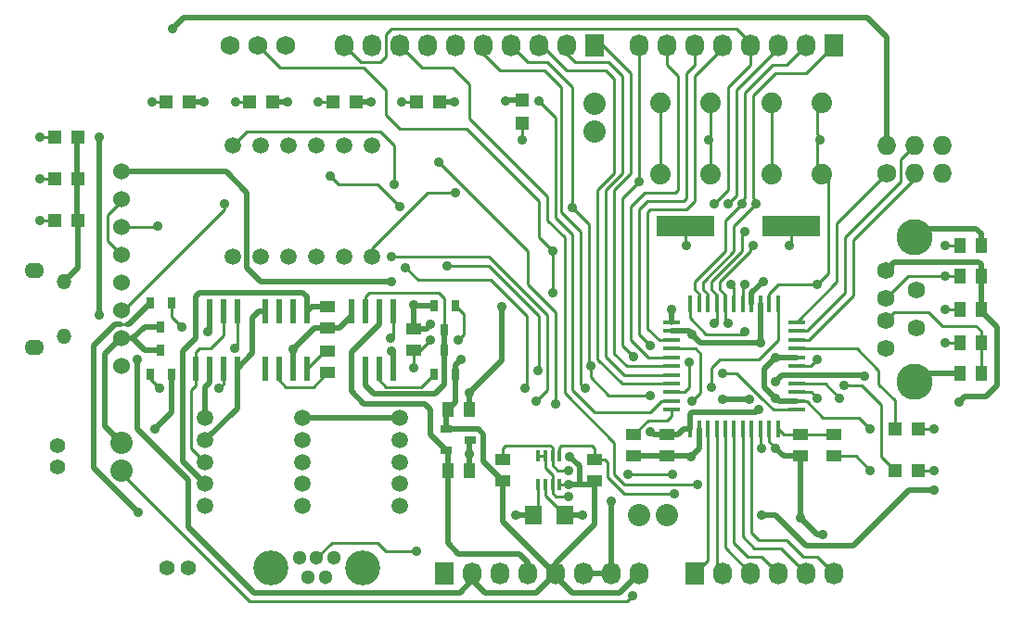
<source format=gtl>
G04 #@! TF.FileFunction,Copper,L1,Top,Signal*
%FSLAX46Y46*%
G04 Gerber Fmt 4.6, Leading zero omitted, Abs format (unit mm)*
G04 Created by KiCad (PCBNEW (2015-06-26 BZR 5832)-product) date Samstag, 01. August 2015 00:29:41*
%MOMM*%
G01*
G04 APERTURE LIST*
%ADD10C,0.150000*%
%ADD11O,1.300000X1.450000*%
%ADD12O,1.800000X1.400000*%
%ADD13R,1.399540X1.099820*%
%ADD14R,1.099820X1.399540*%
%ADD15C,3.302000*%
%ADD16C,1.587500*%
%ADD17C,1.300000*%
%ADD18C,3.200000*%
%ADD19R,1.198880X1.198880*%
%ADD20R,0.609600X2.207260*%
%ADD21C,1.727200*%
%ADD22C,2.032000*%
%ADD23O,2.032000X2.032000*%
%ADD24C,1.422400*%
%ADD25O,1.727200X1.727200*%
%ADD26R,1.727200X2.032000*%
%ADD27O,1.727200X2.032000*%
%ADD28C,1.524000*%
%ADD29R,0.800100X1.000760*%
%ADD30R,1.597660X1.800860*%
%ADD31C,1.500000*%
%ADD32C,1.879600*%
%ADD33R,1.000760X0.800100*%
%ADD34R,0.406400X1.524000*%
%ADD35R,1.524000X0.406400*%
%ADD36R,5.334000X1.930400*%
%ADD37R,0.450000X1.100000*%
%ADD38C,0.889000*%
%ADD39C,0.508000*%
%ADD40C,0.254000*%
G04 APERTURE END LIST*
D10*
D11*
X101379000Y-93258000D03*
X101379000Y-98258000D03*
D12*
X98679000Y-92258000D03*
X98679000Y-99258000D03*
D13*
X125476000Y-101582220D03*
X125476000Y-99585780D03*
X125476000Y-95521780D03*
X125476000Y-97518220D03*
X156464000Y-107205780D03*
X156464000Y-109202220D03*
D14*
X136415780Y-104902000D03*
X138412220Y-104902000D03*
X136415780Y-110490000D03*
X138412220Y-110490000D03*
D13*
X168656000Y-107205780D03*
X168656000Y-109202220D03*
D15*
X179070000Y-89154000D03*
X179070000Y-102362000D03*
D16*
X179197000Y-94043500D03*
X179197000Y-97472500D03*
X176403000Y-94742000D03*
X176403000Y-92202000D03*
X176403000Y-96774000D03*
X176403000Y-99314000D03*
D17*
X126060000Y-118480000D03*
X125260000Y-120280000D03*
X124460000Y-118480000D03*
X123660000Y-120280000D03*
X122860000Y-118480000D03*
D18*
X120260000Y-119380000D03*
X128660000Y-119380000D03*
D19*
X100550980Y-87630000D03*
X102649020Y-87630000D03*
X100550980Y-83820000D03*
X102649020Y-83820000D03*
X110710980Y-76835000D03*
X112809020Y-76835000D03*
X118330980Y-76835000D03*
X120429020Y-76835000D03*
X125950980Y-76835000D03*
X128049020Y-76835000D03*
X133570980Y-76835000D03*
X135669020Y-76835000D03*
X179357020Y-106680000D03*
X177258980Y-106680000D03*
X179357020Y-110490000D03*
X177258980Y-110490000D03*
X100550980Y-80010000D03*
X102649020Y-80010000D03*
X143256000Y-78773020D03*
X143256000Y-76674980D03*
D20*
X117221000Y-95935800D03*
X115951000Y-95935800D03*
X114681000Y-95935800D03*
X113411000Y-95935800D03*
X113411000Y-101168200D03*
X114681000Y-101168200D03*
X115951000Y-101168200D03*
X117221000Y-101168200D03*
X131445000Y-95935800D03*
X130175000Y-95935800D03*
X128905000Y-95935800D03*
X127635000Y-95935800D03*
X127635000Y-101168200D03*
X128905000Y-101168200D03*
X130175000Y-101168200D03*
X131445000Y-101168200D03*
D21*
X121666000Y-71628000D03*
X119126000Y-71628000D03*
X116586000Y-71628000D03*
D22*
X153924000Y-114554000D03*
D23*
X156464000Y-114554000D03*
D22*
X106680000Y-110490000D03*
D23*
X106680000Y-107950000D03*
D22*
X149860000Y-76962000D03*
D23*
X149860000Y-79502000D03*
D13*
X171704000Y-107205780D03*
X171704000Y-109202220D03*
D24*
X112758220Y-119380000D03*
X110761780Y-119380000D03*
D21*
X176530000Y-83312000D03*
D25*
X176530000Y-80772000D03*
X179070000Y-83312000D03*
X179070000Y-80772000D03*
X181610000Y-83312000D03*
X181610000Y-80772000D03*
D26*
X149860000Y-71628000D03*
D27*
X147320000Y-71628000D03*
X144780000Y-71628000D03*
X142240000Y-71628000D03*
X139700000Y-71628000D03*
X137160000Y-71628000D03*
X134620000Y-71628000D03*
X132080000Y-71628000D03*
X129540000Y-71628000D03*
X127000000Y-71628000D03*
D26*
X171704000Y-71628000D03*
D27*
X169164000Y-71628000D03*
X166624000Y-71628000D03*
X164084000Y-71628000D03*
X161544000Y-71628000D03*
X159004000Y-71628000D03*
X156464000Y-71628000D03*
X153924000Y-71628000D03*
D26*
X136144000Y-119888000D03*
D27*
X138684000Y-119888000D03*
X141224000Y-119888000D03*
X143764000Y-119888000D03*
X146304000Y-119888000D03*
X148844000Y-119888000D03*
X151384000Y-119888000D03*
X153924000Y-119888000D03*
D26*
X159004000Y-119888000D03*
D27*
X161544000Y-119888000D03*
X164084000Y-119888000D03*
X166624000Y-119888000D03*
X169164000Y-119888000D03*
X171704000Y-119888000D03*
D28*
X106680000Y-100965000D03*
X106680000Y-98425000D03*
X106680000Y-95885000D03*
X106680000Y-93345000D03*
X106680000Y-90805000D03*
X106680000Y-88265000D03*
X106680000Y-85725000D03*
X106680000Y-83185000D03*
D29*
X110236000Y-97365820D03*
X109283500Y-95166180D03*
X111188500Y-95166180D03*
X110236000Y-99484180D03*
X111188500Y-101683820D03*
X109283500Y-101683820D03*
X136144000Y-97619820D03*
X135191500Y-95420180D03*
X137096500Y-95420180D03*
X136144000Y-99484180D03*
X137096500Y-101683820D03*
X135191500Y-101683820D03*
D13*
X133350000Y-99550220D03*
X133350000Y-97553780D03*
D14*
X183151780Y-95758000D03*
X185148220Y-95758000D03*
X185148220Y-89916000D03*
X183151780Y-89916000D03*
X183151780Y-98806000D03*
X185148220Y-98806000D03*
X183151780Y-92710000D03*
X185148220Y-92710000D03*
X183151780Y-101600000D03*
X185148220Y-101600000D03*
D13*
X149860000Y-111488220D03*
X149860000Y-109491780D03*
X141478000Y-111488220D03*
X141478000Y-109491780D03*
D30*
X144249140Y-114554000D03*
X147088860Y-114554000D03*
D13*
X153416000Y-109202220D03*
X153416000Y-107205780D03*
D31*
X114300000Y-109728000D03*
X114300000Y-111728000D03*
X114300000Y-113728000D03*
X114300000Y-107728000D03*
X114300000Y-105728000D03*
X123190000Y-109728000D03*
X123190000Y-111728000D03*
X123190000Y-113728000D03*
X123190000Y-107728000D03*
X123190000Y-105728000D03*
X132080000Y-109728000D03*
X132080000Y-107728000D03*
X132080000Y-105728000D03*
X132080000Y-111728000D03*
X132080000Y-113728000D03*
D32*
X166014400Y-83388200D03*
X166014400Y-76885800D03*
X170535600Y-83388200D03*
X170535600Y-76885800D03*
X155854400Y-83388200D03*
X155854400Y-76885800D03*
X160375600Y-83388200D03*
X160375600Y-76885800D03*
D31*
X121920000Y-90932000D03*
X119380000Y-90932000D03*
X116840000Y-90932000D03*
X124460000Y-90932000D03*
X127000000Y-90932000D03*
X129540000Y-90932000D03*
X129540000Y-80772000D03*
X127000000Y-80772000D03*
X124460000Y-80772000D03*
X121920000Y-80772000D03*
X119380000Y-80772000D03*
X116840000Y-80772000D03*
D20*
X119761000Y-101168200D03*
X121031000Y-101168200D03*
X122301000Y-101168200D03*
X123571000Y-101168200D03*
X123571000Y-95935800D03*
X122301000Y-95935800D03*
X121031000Y-95935800D03*
X119761000Y-95935800D03*
D33*
X138513820Y-107696000D03*
X136314180Y-108648500D03*
X136314180Y-106743500D03*
D34*
X162560000Y-106680000D03*
X163360100Y-106680000D03*
X164160200Y-106680000D03*
X164960300Y-106680000D03*
X165760400Y-106680000D03*
X166560500Y-106680000D03*
X161759900Y-106680000D03*
X160959800Y-106680000D03*
X160159700Y-106680000D03*
X159359600Y-106680000D03*
X158559500Y-106680000D03*
X162560000Y-95250000D03*
X163360100Y-95250000D03*
X164160200Y-95250000D03*
X164960300Y-95250000D03*
X165760400Y-95250000D03*
X166560500Y-95250000D03*
X161759900Y-95250000D03*
X160959800Y-95250000D03*
X160159700Y-95250000D03*
X159359600Y-95250000D03*
X158559500Y-95250000D03*
D35*
X168275000Y-100965000D03*
X156845000Y-100965000D03*
X168275000Y-100164900D03*
X156845000Y-100164900D03*
X156845000Y-99364800D03*
X168275000Y-99364800D03*
X168275000Y-98564700D03*
X156845000Y-98564700D03*
X156845000Y-97764600D03*
X168275000Y-97764600D03*
X168275000Y-96964500D03*
X156845000Y-96964500D03*
X156845000Y-101765100D03*
X168275000Y-101765100D03*
X168275000Y-102565200D03*
X156845000Y-102565200D03*
X156845000Y-103365300D03*
X168275000Y-103365300D03*
X168275000Y-104165400D03*
X156845000Y-104165400D03*
X156845000Y-104965500D03*
X168275000Y-104965500D03*
D36*
X167767000Y-88138000D03*
X158115000Y-88138000D03*
D24*
X100838000Y-108221780D03*
X100838000Y-110218220D03*
D37*
X144694000Y-111790000D03*
X145344000Y-111790000D03*
X145994000Y-111790000D03*
X146644000Y-111790000D03*
X146644000Y-109190000D03*
X145994000Y-109190000D03*
X145344000Y-109190000D03*
X144694000Y-109190000D03*
D38*
X147447000Y-112903000D03*
X151384000Y-113284000D03*
X138430000Y-103378000D03*
X141351000Y-95504000D03*
X158623000Y-109220000D03*
X163957000Y-104013000D03*
X161544000Y-104013000D03*
X166370000Y-102362000D03*
X141732000Y-76708000D03*
X137033000Y-76835000D03*
X129413000Y-76835000D03*
X121793000Y-76835000D03*
X114173000Y-76835000D03*
X166370000Y-108458000D03*
X165227000Y-93218000D03*
X156845000Y-95758000D03*
X122301000Y-99441000D03*
X138412220Y-108966000D03*
X170688000Y-116332000D03*
X114554000Y-97790000D03*
X174498000Y-101854000D03*
X168656000Y-114808000D03*
X183134000Y-104267000D03*
X180848000Y-112268000D03*
X165100000Y-114554000D03*
X163576000Y-93472000D03*
X167640000Y-89916000D03*
X111269780Y-70121780D03*
X147574000Y-109220000D03*
X147447000Y-111760000D03*
X154940000Y-106934000D03*
X158750000Y-98044000D03*
X137668000Y-100330000D03*
X166370000Y-100203000D03*
X164973000Y-98806000D03*
X104648000Y-96266000D03*
X108077000Y-100330000D03*
X104648000Y-80010000D03*
X175006000Y-110490000D03*
X175006000Y-106680000D03*
X166370000Y-103886000D03*
X164846000Y-104902000D03*
X131318000Y-99568000D03*
X162306000Y-93472000D03*
X158242000Y-89916000D03*
X170180000Y-100330000D03*
X159258000Y-111760000D03*
X165100000Y-108458000D03*
X181864000Y-92710000D03*
X181864000Y-89916000D03*
X133604000Y-117856000D03*
X99187000Y-87630000D03*
X109728000Y-106680000D03*
X108204000Y-114300000D03*
X99187000Y-83820000D03*
X109474000Y-76835000D03*
X117094000Y-76835000D03*
X124587000Y-76835000D03*
X132207000Y-76835000D03*
X170180000Y-93472000D03*
X170434000Y-80264000D03*
X180848000Y-106680000D03*
X180848000Y-110490000D03*
X172593000Y-102743000D03*
X163576000Y-97790000D03*
X99187000Y-80010000D03*
X143256000Y-80264000D03*
X109982000Y-88138000D03*
X116078000Y-86106000D03*
X112141000Y-97409000D03*
X116967000Y-99314000D03*
X115570000Y-102997000D03*
X110109000Y-102997000D03*
X131191000Y-98425000D03*
X146050000Y-94234000D03*
X146050000Y-90424000D03*
X148717000Y-114554000D03*
X160274000Y-80264000D03*
X163322000Y-86106000D03*
X164592000Y-86106000D03*
X147447000Y-110490000D03*
X160782000Y-97028000D03*
X152908000Y-110871000D03*
X156972000Y-110871000D03*
X162052000Y-86106000D03*
X163576000Y-88646000D03*
X157099000Y-112649000D03*
X162052000Y-97028000D03*
X164338000Y-89916000D03*
X160782000Y-86106000D03*
X144780000Y-76708000D03*
X158496000Y-100584000D03*
X154940000Y-99060000D03*
X134874000Y-97155000D03*
X142621000Y-114554000D03*
X131318000Y-93218000D03*
X133350000Y-95377000D03*
X137414000Y-98552000D03*
X134874000Y-98552000D03*
X133350000Y-101092000D03*
X181864000Y-98806000D03*
X181864000Y-95758000D03*
X135636000Y-82296000D03*
X146304000Y-104394000D03*
X131318000Y-90932000D03*
X144526000Y-104140000D03*
X143510000Y-102997000D03*
X132588000Y-91948000D03*
X144653000Y-101346000D03*
X136398000Y-91821000D03*
X132080000Y-86360000D03*
X125730000Y-83566000D03*
X170180000Y-103886000D03*
X172212000Y-103886000D03*
X137160000Y-85090000D03*
X131572000Y-84328000D03*
X153289000Y-121920000D03*
X154940000Y-103632000D03*
X149479000Y-100965000D03*
X160528000Y-102870000D03*
X147828000Y-86487000D03*
X148971000Y-102997000D03*
X158750000Y-104140000D03*
X153416000Y-100076000D03*
X153924000Y-84074000D03*
X161544000Y-101600000D03*
D39*
X102649020Y-87630000D02*
X102649020Y-91987980D01*
X102649020Y-91987980D02*
X101379000Y-93258000D01*
D40*
X145994000Y-112593000D02*
X146304000Y-112903000D01*
X146304000Y-112903000D02*
X147447000Y-112903000D01*
X145994000Y-111790000D02*
X145994000Y-112593000D01*
D39*
X151384000Y-113284000D02*
X151384000Y-119888000D01*
D40*
X145344000Y-109190000D02*
X144694000Y-109190000D01*
X145994000Y-111790000D02*
X145994000Y-110942000D01*
X145344000Y-110292000D02*
X145344000Y-109190000D01*
X145994000Y-110942000D02*
X145344000Y-110292000D01*
D39*
X138430000Y-103378000D02*
X138412220Y-103395780D01*
X138412220Y-103395780D02*
X141351000Y-100457000D01*
X141351000Y-100457000D02*
X141351000Y-95504000D01*
X138412220Y-104902000D02*
X138412220Y-103395780D01*
D40*
X138412220Y-103395780D02*
X138430000Y-103378000D01*
D39*
X138412220Y-103395780D02*
X138430000Y-103378000D01*
X185148220Y-89916000D02*
X185148220Y-88882220D01*
X184658000Y-88392000D02*
X179832000Y-88392000D01*
X185148220Y-88882220D02*
X184658000Y-88392000D01*
X179832000Y-88392000D02*
X179070000Y-89154000D01*
X183151780Y-101600000D02*
X179832000Y-101600000D01*
X179832000Y-101600000D02*
X179070000Y-102362000D01*
X163957000Y-104013000D02*
X161544000Y-104013000D01*
X168275000Y-101765100D02*
X166966900Y-101765100D01*
X166966900Y-101765100D02*
X166370000Y-102362000D01*
D40*
X166966900Y-101765100D02*
X166370000Y-102362000D01*
D39*
X159359600Y-106680000D02*
X159359600Y-108483400D01*
X159359600Y-108483400D02*
X158623000Y-109220000D01*
X158605220Y-109202220D02*
X158623000Y-109220000D01*
X158605220Y-109202220D02*
X156464000Y-109202220D01*
X143256000Y-76674980D02*
X141765020Y-76674980D01*
X141765020Y-76674980D02*
X141732000Y-76708000D01*
X135669020Y-76835000D02*
X137033000Y-76835000D01*
X128049020Y-76835000D02*
X129413000Y-76835000D01*
X120429020Y-76835000D02*
X121793000Y-76835000D01*
X112809020Y-76835000D02*
X114173000Y-76835000D01*
X168656000Y-109202220D02*
X168656000Y-114808000D01*
X168656000Y-114808000D02*
X170180000Y-116332000D01*
X170180000Y-116332000D02*
X170688000Y-116332000D01*
X168656000Y-109202220D02*
X167114220Y-109202220D01*
X167114220Y-109202220D02*
X166370000Y-108458000D01*
X156464000Y-109202220D02*
X153416000Y-109202220D01*
X164160200Y-95250000D02*
X164160200Y-94284800D01*
X164160200Y-94284800D02*
X165227000Y-93218000D01*
X156845000Y-96964500D02*
X156845000Y-95758000D01*
X123190000Y-105728000D02*
X132080000Y-105728000D01*
X114300000Y-105728000D02*
X114300000Y-102870000D01*
X114681000Y-102489000D02*
X114681000Y-101168200D01*
X114300000Y-102870000D02*
X114681000Y-102489000D01*
X102616000Y-85852000D02*
X102616000Y-87596980D01*
X102616000Y-87596980D02*
X102649020Y-87630000D01*
X102616000Y-85852000D02*
X102616000Y-83853020D01*
X102616000Y-83853020D02*
X102649020Y-83820000D01*
D40*
X102649020Y-81948020D02*
X102616000Y-81915000D01*
X102649020Y-81881980D02*
X102616000Y-81915000D01*
D39*
X102616000Y-81915000D02*
X102616000Y-83786980D01*
X102616000Y-83786980D02*
X102649020Y-83820000D01*
X102616000Y-81915000D02*
X102616000Y-80043020D01*
X102616000Y-80043020D02*
X102649020Y-80010000D01*
D40*
X102649020Y-85818980D02*
X102616000Y-85852000D01*
D39*
X114681000Y-95935800D02*
X114681000Y-97663000D01*
X114681000Y-97663000D02*
X114554000Y-97790000D01*
X122301000Y-101168200D02*
X122301000Y-99441000D01*
D40*
X122301000Y-99441000D02*
X122428000Y-99314000D01*
D39*
X122301000Y-99441000D02*
X122428000Y-99314000D01*
X125476000Y-97518220D02*
X124223780Y-97518220D01*
X124223780Y-97518220D02*
X122428000Y-99314000D01*
X127635000Y-95935800D02*
X127635000Y-96393000D01*
X127635000Y-96393000D02*
X126509780Y-97518220D01*
X126509780Y-97518220D02*
X125476000Y-97518220D01*
X168275000Y-101765100D02*
X174409100Y-101765100D01*
X174409100Y-101765100D02*
X174498000Y-101854000D01*
X138430000Y-104884220D02*
X138430000Y-103378000D01*
X138412220Y-110490000D02*
X138412220Y-108966000D01*
X138412220Y-108966000D02*
X138412220Y-107797600D01*
X138412220Y-107797600D02*
X138513820Y-107696000D01*
X148844000Y-119888000D02*
X151384000Y-119888000D01*
D40*
X114681000Y-97663000D02*
X114554000Y-97790000D01*
X166014400Y-76885800D02*
X166014400Y-83388200D01*
X155854400Y-76885800D02*
X155854400Y-83388200D01*
X174409100Y-101765100D02*
X174498000Y-101854000D01*
X138412220Y-107797600D02*
X138513820Y-107696000D01*
X138412220Y-107594400D02*
X138513820Y-107696000D01*
X167114220Y-109202220D02*
X166370000Y-108458000D01*
X165760400Y-107848400D02*
X165760400Y-106680000D01*
X165760400Y-107848400D02*
X166370000Y-108458000D01*
X102649020Y-85885020D02*
X102616000Y-85852000D01*
X106680000Y-85725000D02*
X106680000Y-85852000D01*
X106680000Y-85852000D02*
X105410000Y-87122000D01*
X105410000Y-87122000D02*
X105410000Y-89535000D01*
X105410000Y-89535000D02*
X106680000Y-90805000D01*
X121031000Y-101168200D02*
X121031000Y-102235000D01*
X121031000Y-102235000D02*
X121666000Y-102870000D01*
X121666000Y-102870000D02*
X124188220Y-102870000D01*
X124188220Y-102870000D02*
X125476000Y-101582220D01*
X125476000Y-99585780D02*
X125153420Y-99585780D01*
X125153420Y-99585780D02*
X123571000Y-101168200D01*
X123571000Y-101168200D02*
X123571000Y-100203000D01*
D39*
X123571000Y-95935800D02*
X123571000Y-94615000D01*
X123571000Y-94615000D02*
X123190000Y-94234000D01*
X123190000Y-94234000D02*
X113792000Y-94234000D01*
X113792000Y-94234000D02*
X113411000Y-94615000D01*
X113411000Y-94615000D02*
X113411000Y-95935800D01*
X125476000Y-95521780D02*
X123985020Y-95521780D01*
X123985020Y-95521780D02*
X123571000Y-95935800D01*
X113411000Y-95935800D02*
X113411000Y-98425000D01*
X113411000Y-98425000D02*
X112268000Y-99568000D01*
X112268000Y-99568000D02*
X112268000Y-109696000D01*
X112268000Y-109696000D02*
X114300000Y-111728000D01*
D40*
X123571000Y-96901000D02*
X123571000Y-95935800D01*
X123985020Y-95521780D02*
X123571000Y-95935800D01*
D39*
X185148220Y-95758000D02*
X185148220Y-95994220D01*
X185148220Y-95994220D02*
X186563000Y-97409000D01*
X183642000Y-103759000D02*
X183134000Y-104267000D01*
X185547000Y-103759000D02*
X183642000Y-103759000D01*
X186563000Y-102743000D02*
X185547000Y-103759000D01*
X186563000Y-97409000D02*
X186563000Y-102743000D01*
X185166000Y-94234000D02*
X185148220Y-94234000D01*
X185148220Y-94234000D02*
X185166000Y-94234000D01*
X185166000Y-94234000D02*
X185148220Y-94234000D01*
X185148220Y-92710000D02*
X185148220Y-91676220D01*
X177165000Y-91440000D02*
X176403000Y-92202000D01*
X184912000Y-91440000D02*
X177165000Y-91440000D01*
X185148220Y-91676220D02*
X184912000Y-91440000D01*
X185148220Y-92710000D02*
X185148220Y-94234000D01*
X185148220Y-94234000D02*
X185148220Y-95758000D01*
X165100000Y-114554000D02*
X166370000Y-114554000D01*
X166370000Y-114554000D02*
X169164000Y-117348000D01*
X169164000Y-117348000D02*
X173482000Y-117348000D01*
X173482000Y-117348000D02*
X178562000Y-112268000D01*
X178562000Y-112268000D02*
X180848000Y-112268000D01*
D40*
X163360100Y-93687900D02*
X163360100Y-95250000D01*
X163360100Y-93687900D02*
X163576000Y-93472000D01*
X167640000Y-89916000D02*
X167767000Y-89789000D01*
X167767000Y-89789000D02*
X167767000Y-88138000D01*
D39*
X176530000Y-80772000D02*
X176530000Y-70866000D01*
X174752000Y-69088000D02*
X176530000Y-70866000D01*
X112303560Y-69088000D02*
X174752000Y-69088000D01*
X112303560Y-69088000D02*
X111269780Y-70121780D01*
X148463000Y-110109000D02*
X148463000Y-111760000D01*
X147574000Y-109220000D02*
X148463000Y-110109000D01*
X149588220Y-111760000D02*
X148463000Y-111760000D01*
X148463000Y-111760000D02*
X147447000Y-111760000D01*
D40*
X147417000Y-111790000D02*
X146644000Y-111790000D01*
X147417000Y-111790000D02*
X147447000Y-111760000D01*
D39*
X149588220Y-111760000D02*
X149860000Y-111488220D01*
X136314180Y-106743500D02*
X139255500Y-106743500D01*
X139700000Y-109710220D02*
X141478000Y-111488220D01*
X139700000Y-107188000D02*
X139700000Y-109710220D01*
X139255500Y-106743500D02*
X139700000Y-107188000D01*
X146304000Y-119888000D02*
X146177000Y-119888000D01*
X146177000Y-119888000D02*
X141478000Y-115189000D01*
X141478000Y-115189000D02*
X141478000Y-111488220D01*
X146304000Y-119888000D02*
X146304000Y-118999000D01*
X146304000Y-118999000D02*
X149860000Y-115443000D01*
X149860000Y-115443000D02*
X149860000Y-111488220D01*
X156464000Y-107205780D02*
X155211780Y-107205780D01*
X155211780Y-107205780D02*
X154940000Y-106934000D01*
X156845000Y-97764600D02*
X158470600Y-97764600D01*
X158470600Y-97764600D02*
X158750000Y-98044000D01*
X159512000Y-98806000D02*
X164973000Y-98806000D01*
X158750000Y-98044000D02*
X159512000Y-98806000D01*
X131445000Y-101168200D02*
X131445000Y-99695000D01*
X131445000Y-99695000D02*
X131318000Y-99568000D01*
X104648000Y-96266000D02*
X104648000Y-80010000D01*
X164960300Y-95250000D02*
X164960300Y-98793300D01*
X164960300Y-98793300D02*
X164973000Y-98806000D01*
X168275000Y-100164900D02*
X166408100Y-100164900D01*
X166408100Y-100164900D02*
X166370000Y-100203000D01*
X166370000Y-103886000D02*
X165354000Y-102870000D01*
X165354000Y-102870000D02*
X165354000Y-101219000D01*
X165354000Y-101219000D02*
X166370000Y-100203000D01*
X168275000Y-104165400D02*
X166649400Y-104165400D01*
X166649400Y-104165400D02*
X166370000Y-103886000D01*
X158559500Y-106680000D02*
X158559500Y-105346500D01*
X158559500Y-105346500D02*
X158750000Y-105156000D01*
X158750000Y-105156000D02*
X164592000Y-105156000D01*
X164592000Y-105156000D02*
X164846000Y-104902000D01*
X156464000Y-107205780D02*
X157462220Y-107205780D01*
X157462220Y-107205780D02*
X157988000Y-106680000D01*
X157988000Y-106680000D02*
X158559500Y-106680000D01*
X137096500Y-101683820D02*
X137096500Y-100901500D01*
X137096500Y-100901500D02*
X137668000Y-100330000D01*
X137096500Y-101683820D02*
X137096500Y-104221280D01*
X137096500Y-104221280D02*
X136415780Y-104902000D01*
X136314180Y-106743500D02*
X136314180Y-105003600D01*
X136314180Y-105003600D02*
X136415780Y-104902000D01*
X146304000Y-119888000D02*
X146304000Y-119126000D01*
X146304000Y-119888000D02*
X146304000Y-120142000D01*
X146304000Y-120142000D02*
X147828000Y-121666000D01*
X147828000Y-121666000D02*
X152146000Y-121666000D01*
X152146000Y-121666000D02*
X153924000Y-119888000D01*
X138684000Y-119888000D02*
X138684000Y-120523000D01*
X138684000Y-120523000D02*
X139827000Y-121666000D01*
X139827000Y-121666000D02*
X144526000Y-121666000D01*
X144526000Y-121666000D02*
X146304000Y-119888000D01*
X136906000Y-121666000D02*
X137541000Y-121666000D01*
X112776000Y-115687972D02*
X118749514Y-121661486D01*
X112776000Y-111379000D02*
X112776000Y-115687972D01*
X108077000Y-106680000D02*
X112776000Y-111379000D01*
X108077000Y-100330000D02*
X108077000Y-106680000D01*
X136901486Y-121661486D02*
X136906000Y-121666000D01*
X118749514Y-121661486D02*
X136901486Y-121661486D01*
X137541000Y-121666000D02*
X138684000Y-120523000D01*
D40*
X138684000Y-120142000D02*
X138684000Y-119888000D01*
X173718220Y-109202220D02*
X171704000Y-109202220D01*
X175006000Y-110490000D02*
X173718220Y-109202220D01*
X173990000Y-105664000D02*
X170688000Y-105664000D01*
X175006000Y-106680000D02*
X173990000Y-105664000D01*
X164960300Y-98793300D02*
X164973000Y-98806000D01*
X166408100Y-100164900D02*
X166370000Y-100203000D01*
X168275000Y-104165400D02*
X169189400Y-104165400D01*
X169189400Y-104165400D02*
X170688000Y-105664000D01*
X146050000Y-119634000D02*
X146304000Y-119888000D01*
X144526000Y-121666000D02*
X146304000Y-119888000D01*
X136415780Y-106641900D02*
X136314180Y-106743500D01*
X166649400Y-104165400D02*
X166370000Y-103886000D01*
X137096500Y-100901500D02*
X137668000Y-100330000D01*
X131318000Y-99568000D02*
X131445000Y-99695000D01*
X162560000Y-93726000D02*
X162560000Y-95250000D01*
X162560000Y-93726000D02*
X162306000Y-93472000D01*
X158242000Y-89916000D02*
X158115000Y-89789000D01*
X158115000Y-89789000D02*
X158115000Y-88138000D01*
X168275000Y-100965000D02*
X169545000Y-100965000D01*
X169545000Y-100965000D02*
X170180000Y-100330000D01*
D39*
X134366000Y-104394000D02*
X128778000Y-104394000D01*
X134874000Y-104902000D02*
X134366000Y-104394000D01*
X134874000Y-107208320D02*
X134874000Y-104902000D01*
X136314180Y-108648500D02*
X134874000Y-107208320D01*
X127635000Y-103251000D02*
X127635000Y-101168200D01*
X128778000Y-104394000D02*
X127635000Y-103251000D01*
X130175000Y-95935800D02*
X130175000Y-97155000D01*
X130175000Y-97155000D02*
X127635000Y-99695000D01*
X127635000Y-99695000D02*
X127635000Y-101168200D01*
X136415780Y-110490000D02*
X136415780Y-108750100D01*
X136415780Y-108750100D02*
X136314180Y-108648500D01*
X143764000Y-119888000D02*
X143764000Y-118872000D01*
X136415780Y-117111780D02*
X136415780Y-110490000D01*
X137414000Y-118110000D02*
X136415780Y-117111780D01*
X143002000Y-118110000D02*
X137414000Y-118110000D01*
X143764000Y-118872000D02*
X143002000Y-118110000D01*
D40*
X136314180Y-110388400D02*
X136415780Y-110490000D01*
X147129500Y-102044500D02*
X147129500Y-103441500D01*
X147129500Y-89217500D02*
X147129500Y-102044500D01*
X152527000Y-111760000D02*
X151638000Y-110871000D01*
X152527000Y-111760000D02*
X159258000Y-111760000D01*
X145542000Y-87630000D02*
X145542000Y-85471000D01*
X134112000Y-73660000D02*
X132080000Y-71628000D01*
X136906000Y-73660000D02*
X134112000Y-73660000D01*
X138430000Y-75184000D02*
X136906000Y-73660000D01*
X138430000Y-78359000D02*
X138430000Y-75184000D01*
X145542000Y-85471000D02*
X138430000Y-78359000D01*
X147129500Y-89217500D02*
X145542000Y-87630000D01*
X151638000Y-107950000D02*
X151638000Y-110871000D01*
X147129500Y-103441500D02*
X151638000Y-107950000D01*
X164960300Y-108318300D02*
X165100000Y-108458000D01*
X164960300Y-108318300D02*
X164960300Y-106680000D01*
X171704000Y-107205780D02*
X168656000Y-107205780D01*
X168656000Y-107205780D02*
X168638220Y-107188000D01*
X168638220Y-107188000D02*
X167068500Y-107188000D01*
X167068500Y-107188000D02*
X166560500Y-106680000D01*
X183151780Y-89916000D02*
X181864000Y-89916000D01*
X183151780Y-92710000D02*
X181864000Y-92710000D01*
X181864000Y-92710000D02*
X178435000Y-92710000D01*
X178435000Y-92710000D02*
X176403000Y-94742000D01*
X185148220Y-98806000D02*
X185148220Y-97772220D01*
X177165000Y-96012000D02*
X176403000Y-96774000D01*
X180340000Y-96012000D02*
X177165000Y-96012000D01*
X181610000Y-97282000D02*
X180340000Y-96012000D01*
X184658000Y-97282000D02*
X181610000Y-97282000D01*
X185148220Y-97772220D02*
X184658000Y-97282000D01*
X185148220Y-98806000D02*
X185148220Y-101600000D01*
X130810000Y-117856000D02*
X130048000Y-117094000D01*
X130048000Y-117094000D02*
X125846000Y-117094000D01*
X125846000Y-117094000D02*
X124460000Y-118480000D01*
X133604000Y-117856000D02*
X130810000Y-117856000D01*
X124460000Y-118480000D02*
X124460000Y-118364000D01*
X100550980Y-87630000D02*
X99187000Y-87630000D01*
D39*
X117221000Y-101168200D02*
X117221000Y-104807000D01*
X117221000Y-104807000D02*
X114300000Y-107728000D01*
X119761000Y-95935800D02*
X119202200Y-95935800D01*
X119202200Y-95935800D02*
X118618000Y-96520000D01*
X118618000Y-96520000D02*
X118618000Y-99771200D01*
X118618000Y-99771200D02*
X117221000Y-101168200D01*
X109728000Y-106680000D02*
X111188500Y-105219500D01*
X111188500Y-105219500D02*
X111188500Y-101683820D01*
X106045000Y-97155000D02*
X104140000Y-99060000D01*
X104140000Y-110236000D02*
X108204000Y-114300000D01*
X104140000Y-99060000D02*
X104140000Y-110236000D01*
X106045000Y-97155000D02*
X106553000Y-97155000D01*
X107188000Y-97155000D02*
X107294680Y-97155000D01*
X107294680Y-97155000D02*
X109283500Y-95166180D01*
X106045000Y-97155000D02*
X106172000Y-97155000D01*
D40*
X106172000Y-97155000D02*
X106045000Y-97155000D01*
X107188000Y-97155000D02*
X106553000Y-97155000D01*
X106553000Y-97155000D02*
X106172000Y-97155000D01*
X109283500Y-95166180D02*
X109220396Y-95166180D01*
X99187000Y-83820000D02*
X100550980Y-83820000D01*
X110710980Y-76835000D02*
X109474000Y-76835000D01*
X117094000Y-76835000D02*
X118330980Y-76835000D01*
X125950980Y-76835000D02*
X124587000Y-76835000D01*
X132207000Y-76835000D02*
X133570980Y-76835000D01*
X165760400Y-95250000D02*
X165760400Y-94335600D01*
X171196000Y-92456000D02*
X171196000Y-84048600D01*
X170180000Y-93472000D02*
X171196000Y-92456000D01*
X166624000Y-93472000D02*
X170180000Y-93472000D01*
X165760400Y-94335600D02*
X166624000Y-93472000D01*
X171196000Y-84048600D02*
X170535600Y-83388200D01*
X170434000Y-80264000D02*
X170434000Y-80010000D01*
X170180000Y-79756000D02*
X170180000Y-77241400D01*
X170434000Y-80010000D02*
X170180000Y-79756000D01*
X170180000Y-77241400D02*
X170535600Y-76885800D01*
X170180000Y-80518000D02*
X170180000Y-83032600D01*
X170434000Y-80264000D02*
X170180000Y-80518000D01*
X170180000Y-83032600D02*
X170535600Y-83388200D01*
X170535600Y-83388200D02*
X170535600Y-83413600D01*
X180848000Y-106680000D02*
X179357020Y-106680000D01*
X177258980Y-104140000D02*
X177258980Y-104106980D01*
X177258980Y-104106980D02*
X175768000Y-102616000D01*
X175768000Y-102616000D02*
X175768000Y-101346000D01*
X175768000Y-101346000D02*
X173786800Y-99364800D01*
X173786800Y-99364800D02*
X168275000Y-99364800D01*
X177258980Y-106680000D02*
X177258980Y-104140000D01*
X177258980Y-104140000D02*
X177258980Y-104106980D01*
X179357020Y-110490000D02*
X180848000Y-110490000D01*
X158559500Y-96583500D02*
X160020000Y-98044000D01*
X160020000Y-98044000D02*
X163322000Y-98044000D01*
X177258980Y-110490000D02*
X176022000Y-109253020D01*
X176022000Y-104521000D02*
X176022000Y-109253020D01*
X174244000Y-102743000D02*
X176022000Y-104521000D01*
X172593000Y-102743000D02*
X174244000Y-102743000D01*
X158559500Y-96583500D02*
X158559500Y-95250000D01*
X163576000Y-97790000D02*
X163322000Y-98044000D01*
X99187000Y-80010000D02*
X100550980Y-80010000D01*
X143256000Y-78773020D02*
X143256000Y-80264000D01*
X109855000Y-88265000D02*
X106680000Y-88265000D01*
X109982000Y-88138000D02*
X109855000Y-88265000D01*
X106680000Y-95885000D02*
X106807000Y-95885000D01*
X106807000Y-95885000D02*
X116078000Y-86614000D01*
X116078000Y-86614000D02*
X116078000Y-86106000D01*
X117221000Y-95935800D02*
X117221000Y-99060000D01*
X111188500Y-96456500D02*
X111188500Y-95166180D01*
X111188500Y-96456500D02*
X112141000Y-97409000D01*
X117221000Y-99060000D02*
X116967000Y-99314000D01*
X111188500Y-95166180D02*
X111188500Y-94805500D01*
X114300000Y-109728000D02*
X113030000Y-108458000D01*
X113411000Y-102743000D02*
X113411000Y-101168200D01*
X113030000Y-103124000D02*
X113411000Y-102743000D01*
X113030000Y-108458000D02*
X113030000Y-103124000D01*
X113411000Y-101168200D02*
X113411000Y-99695000D01*
X115951000Y-98171000D02*
X115951000Y-95935800D01*
X114808000Y-99314000D02*
X115951000Y-98171000D01*
X113792000Y-99314000D02*
X114808000Y-99314000D01*
X113411000Y-99695000D02*
X113792000Y-99314000D01*
X113411000Y-101168200D02*
X113411000Y-100203000D01*
X109283500Y-101683820D02*
X109283500Y-102171500D01*
X109283500Y-102171500D02*
X110109000Y-102997000D01*
X115951000Y-102616000D02*
X115951000Y-101168200D01*
X115570000Y-102997000D02*
X115951000Y-102616000D01*
X131445000Y-95935800D02*
X131445000Y-98171000D01*
X131445000Y-98171000D02*
X131191000Y-98425000D01*
D39*
X136144000Y-99484180D02*
X136144000Y-102616000D01*
X128905000Y-102743000D02*
X128905000Y-101168200D01*
X129667002Y-103505002D02*
X128905000Y-102743000D01*
X135254998Y-103505002D02*
X129667002Y-103505002D01*
X136144000Y-102616000D02*
X135254998Y-103505002D01*
X136144000Y-97619820D02*
X136144000Y-99484180D01*
D40*
X136144000Y-97619820D02*
X136144000Y-94742000D01*
X128905000Y-94615000D02*
X128905000Y-95935800D01*
X129286000Y-94234000D02*
X128905000Y-94615000D01*
X135636000Y-94234000D02*
X129286000Y-94234000D01*
X136144000Y-94742000D02*
X135636000Y-94234000D01*
X128905000Y-101168200D02*
X128905000Y-102235000D01*
X130175000Y-101168200D02*
X130175000Y-102235000D01*
X130175000Y-102235000D02*
X130810000Y-102870000D01*
X130810000Y-102870000D02*
X134005320Y-102870000D01*
X134005320Y-102870000D02*
X135191500Y-101683820D01*
X146050000Y-94234000D02*
X146050000Y-90424000D01*
X119126000Y-71628000D02*
X121158000Y-73660000D01*
X144780000Y-89154000D02*
X146050000Y-90424000D01*
X144780000Y-85852000D02*
X144780000Y-89154000D01*
X138176000Y-79248000D02*
X144780000Y-85852000D01*
X132080000Y-79248000D02*
X138176000Y-79248000D01*
X130810000Y-77978000D02*
X132080000Y-79248000D01*
X130810000Y-75692000D02*
X130810000Y-77978000D01*
X128778000Y-73660000D02*
X130810000Y-75692000D01*
X121158000Y-73660000D02*
X128778000Y-73660000D01*
D39*
X148717000Y-114554000D02*
X147088860Y-114554000D01*
D40*
X145344000Y-111790000D02*
X145344000Y-112809140D01*
X145344000Y-112809140D02*
X147088860Y-114554000D01*
X144780000Y-71628000D02*
X145034000Y-71628000D01*
X145034000Y-71628000D02*
X147320000Y-73914000D01*
X147320000Y-73914000D02*
X150876000Y-73914000D01*
X150876000Y-73914000D02*
X151638000Y-74676000D01*
X151638000Y-74676000D02*
X151638000Y-83312000D01*
X151638000Y-83312000D02*
X150114000Y-84836000D01*
X150114000Y-84836000D02*
X150114000Y-100330000D01*
X152349200Y-102565200D02*
X150114000Y-100330000D01*
X156845000Y-102565200D02*
X152349200Y-102565200D01*
X164084000Y-119888000D02*
X161759900Y-117563900D01*
X161759900Y-117563900D02*
X161759900Y-106680000D01*
D39*
X106680000Y-98425000D02*
X106553000Y-98425000D01*
X106553000Y-98425000D02*
X105156000Y-99822000D01*
X105156000Y-106426000D02*
X106680000Y-107950000D01*
X105156000Y-99822000D02*
X105156000Y-106426000D01*
X110236000Y-97365820D02*
X108755180Y-97365820D01*
X108755180Y-97365820D02*
X107696000Y-98425000D01*
X107696000Y-98425000D02*
X106680000Y-98425000D01*
X110236000Y-99484180D02*
X108755180Y-99484180D01*
X107696000Y-98425000D02*
X106680000Y-98425000D01*
X108755180Y-99484180D02*
X107696000Y-98425000D01*
D40*
X154686000Y-97536000D02*
X154686000Y-86868000D01*
X159004000Y-74422000D02*
X159004000Y-85852000D01*
X161544000Y-71882000D02*
X159004000Y-74422000D01*
X155714700Y-98564700D02*
X154686000Y-97536000D01*
X155714700Y-98564700D02*
X156845000Y-98564700D01*
X158242000Y-86614000D02*
X159004000Y-85852000D01*
X154940000Y-86614000D02*
X158242000Y-86614000D01*
X154686000Y-86868000D02*
X154940000Y-86614000D01*
X161544000Y-71628000D02*
X161544000Y-71882000D01*
X160375600Y-83388200D02*
X160375600Y-80365600D01*
X160375600Y-80365600D02*
X160274000Y-80264000D01*
X160375600Y-76885800D02*
X160375600Y-80162400D01*
X160375600Y-80162400D02*
X160274000Y-80264000D01*
X176530000Y-83312000D02*
X171958000Y-87884000D01*
X171958000Y-93281500D02*
X168275000Y-96964500D01*
X171958000Y-87884000D02*
X171958000Y-93281500D01*
X179070000Y-83312000D02*
X179070000Y-83820000D01*
X179070000Y-83820000D02*
X173482000Y-89408000D01*
X173482000Y-89408000D02*
X173482000Y-94488000D01*
X173482000Y-94488000D02*
X169405300Y-98564700D01*
X169405300Y-98564700D02*
X168275000Y-98564700D01*
X179070000Y-80772000D02*
X177800000Y-82042000D01*
X169189400Y-97764600D02*
X168275000Y-97764600D01*
X172720000Y-94234000D02*
X169189400Y-97764600D01*
X172720000Y-89154000D02*
X172720000Y-94234000D01*
X177800000Y-84074000D02*
X172720000Y-89154000D01*
X177800000Y-82042000D02*
X177800000Y-84074000D01*
X163576000Y-85598000D02*
X163576000Y-75946000D01*
X163322000Y-86106000D02*
X163322000Y-85852000D01*
X161798000Y-90424000D02*
X161798000Y-87630000D01*
X159359600Y-95250000D02*
X159359600Y-94335600D01*
X159004000Y-93980000D02*
X159004000Y-93218000D01*
X159359600Y-94335600D02*
X159004000Y-93980000D01*
X159004000Y-93218000D02*
X161798000Y-90424000D01*
X161798000Y-87630000D02*
X163322000Y-86106000D01*
X163322000Y-85852000D02*
X163576000Y-85598000D01*
X167386000Y-73406000D02*
X169164000Y-71628000D01*
X166116000Y-73406000D02*
X167386000Y-73406000D01*
X163576000Y-75946000D02*
X166116000Y-73406000D01*
X164338000Y-85598000D02*
X164338000Y-76200000D01*
X164592000Y-86106000D02*
X164592000Y-85852000D01*
X162560000Y-90467576D02*
X162560000Y-88138000D01*
X159809576Y-93218000D02*
X162560000Y-90467576D01*
X160159700Y-95250000D02*
X160159700Y-94373700D01*
X159766000Y-93980000D02*
X159766000Y-93218000D01*
X160159700Y-94373700D02*
X159766000Y-93980000D01*
X159766000Y-93218000D02*
X159809576Y-93218000D01*
X162560000Y-88138000D02*
X164592000Y-86106000D01*
X164592000Y-85852000D02*
X164338000Y-85598000D01*
X169164000Y-74168000D02*
X171704000Y-71628000D01*
X166370000Y-74168000D02*
X169164000Y-74168000D01*
X164338000Y-76200000D02*
X166370000Y-74168000D01*
X145994000Y-110053000D02*
X146431000Y-110490000D01*
X146431000Y-110490000D02*
X147447000Y-110490000D01*
X145994000Y-109190000D02*
X145994000Y-110053000D01*
X160959800Y-96850200D02*
X160782000Y-97028000D01*
X160959800Y-96850200D02*
X160959800Y-95250000D01*
X156972000Y-110871000D02*
X152908000Y-110871000D01*
X142765780Y-108204000D02*
X141732000Y-108204000D01*
X141732000Y-108204000D02*
X141478000Y-108458000D01*
X141478000Y-108458000D02*
X141478000Y-109491780D01*
X145994000Y-109190000D02*
X145994000Y-108402000D01*
X145796000Y-108204000D02*
X142765780Y-108204000D01*
X145994000Y-108402000D02*
X145796000Y-108204000D01*
X166624000Y-71628000D02*
X166624000Y-71374000D01*
X162814000Y-85344000D02*
X162814000Y-75692000D01*
X162052000Y-86106000D02*
X162814000Y-85344000D01*
X163322000Y-90424000D02*
X163322000Y-88900000D01*
X160959800Y-95250000D02*
X160959800Y-94411800D01*
X160528000Y-93980000D02*
X160528000Y-93218000D01*
X160959800Y-94411800D02*
X160528000Y-93980000D01*
X160528000Y-93218000D02*
X163322000Y-90424000D01*
X163322000Y-88900000D02*
X163576000Y-88646000D01*
X162814000Y-75692000D02*
X166624000Y-71882000D01*
X166624000Y-71882000D02*
X166624000Y-71628000D01*
X146644000Y-109190000D02*
X146644000Y-108372000D01*
X149860000Y-108458000D02*
X149860000Y-109491780D01*
X149606000Y-108204000D02*
X149860000Y-108458000D01*
X146812000Y-108204000D02*
X149606000Y-108204000D01*
X146644000Y-108372000D02*
X146812000Y-108204000D01*
X150766780Y-109491780D02*
X149860000Y-109491780D01*
X151003000Y-109728000D02*
X150766780Y-109491780D01*
X151003000Y-111125000D02*
X151003000Y-109728000D01*
X152527000Y-112649000D02*
X151003000Y-111125000D01*
X154305000Y-112649000D02*
X152527000Y-112649000D01*
X157099000Y-112649000D02*
X154305000Y-112649000D01*
X149558220Y-109190000D02*
X149860000Y-109491780D01*
X164084000Y-71628000D02*
X164084000Y-71374000D01*
X164084000Y-71374000D02*
X162814000Y-70104000D01*
X128523998Y-73151998D02*
X127000000Y-71628000D01*
X130302002Y-73151998D02*
X128523998Y-73151998D01*
X130810000Y-72644000D02*
X130302002Y-73151998D01*
X130810000Y-70612000D02*
X130810000Y-72644000D01*
X131318000Y-70104000D02*
X130810000Y-70612000D01*
X162814000Y-70104000D02*
X131318000Y-70104000D01*
X161759900Y-95250000D02*
X161759900Y-96735900D01*
X161759900Y-96735900D02*
X162052000Y-97028000D01*
X162052000Y-84836000D02*
X162052000Y-75438000D01*
X162052000Y-75438000D02*
X164084000Y-73406000D01*
X164084000Y-73406000D02*
X164084000Y-71628000D01*
X164084000Y-90170000D02*
X164338000Y-89916000D01*
X161290000Y-93218000D02*
X164084000Y-90424000D01*
X161759900Y-94449900D02*
X161290000Y-93980000D01*
X161290000Y-93980000D02*
X161290000Y-93218000D01*
X161759900Y-95250000D02*
X161759900Y-94449900D01*
X164084000Y-90424000D02*
X164084000Y-90170000D01*
X160782000Y-86106000D02*
X162052000Y-84836000D01*
X160959800Y-106680000D02*
X160959800Y-119303800D01*
X160959800Y-119303800D02*
X161544000Y-119888000D01*
X160159700Y-106680000D02*
X160159700Y-118732300D01*
X160159700Y-118732300D02*
X159004000Y-119888000D01*
X150622000Y-71628000D02*
X153162000Y-74168000D01*
X152781000Y-100965000D02*
X151638000Y-99822000D01*
X152781000Y-100965000D02*
X156845000Y-100965000D01*
X151638000Y-99822000D02*
X151638000Y-84836000D01*
X153162000Y-83312000D02*
X151638000Y-84836000D01*
X153162000Y-74168000D02*
X153162000Y-83312000D01*
X150622000Y-71628000D02*
X149860000Y-71628000D01*
X147320000Y-71628000D02*
X147320000Y-72390000D01*
X147320000Y-72390000D02*
X148082000Y-73152000D01*
X148082000Y-73152000D02*
X151130000Y-73152000D01*
X151130000Y-73152000D02*
X152400000Y-74422000D01*
X152400000Y-74422000D02*
X152400000Y-83312000D01*
X152400000Y-83312000D02*
X150876000Y-84836000D01*
X150876000Y-84836000D02*
X150876000Y-100076000D01*
X152565100Y-101765100D02*
X150876000Y-100076000D01*
X156845000Y-101765100D02*
X152565100Y-101765100D01*
X147828000Y-101600000D02*
X147828000Y-103124000D01*
X147828000Y-101600000D02*
X147828000Y-88900000D01*
X155930600Y-104165400D02*
X154940000Y-105156000D01*
X156845000Y-104165400D02*
X155930600Y-104165400D01*
X147828000Y-88900000D02*
X146303998Y-87375998D01*
X146303998Y-78231998D02*
X144780000Y-76708000D01*
X146303998Y-87375998D02*
X146303998Y-78231998D01*
X149860000Y-105156000D02*
X154940000Y-105156000D01*
X147828000Y-103124000D02*
X149860000Y-105156000D01*
X158242000Y-74168000D02*
X158242000Y-85598000D01*
X159004000Y-73406000D02*
X158242000Y-74168000D01*
X159004000Y-71628000D02*
X159004000Y-73406000D01*
X153924000Y-98044000D02*
X153924000Y-86614000D01*
X153924000Y-98044000D02*
X154940000Y-99060000D01*
X154686000Y-85852000D02*
X153924000Y-86614000D01*
X157988000Y-85852000D02*
X154686000Y-85852000D01*
X158242000Y-85598000D02*
X157988000Y-85852000D01*
X158000700Y-103365300D02*
X158496000Y-102870000D01*
X158496000Y-102870000D02*
X158496000Y-100584000D01*
X158000700Y-103365300D02*
X156845000Y-103365300D01*
X153162000Y-98552000D02*
X153162000Y-86360000D01*
X156464000Y-73406000D02*
X157480000Y-74422000D01*
X157480000Y-74422000D02*
X157480000Y-84836000D01*
X156464000Y-71628000D02*
X156464000Y-73406000D01*
X154774900Y-100164900D02*
X153162000Y-98552000D01*
X154774900Y-100164900D02*
X156845000Y-100164900D01*
X157226000Y-85090000D02*
X157480000Y-84836000D01*
X154432000Y-85090000D02*
X157226000Y-85090000D01*
X153162000Y-86360000D02*
X154432000Y-85090000D01*
X162560000Y-106680000D02*
X162560000Y-117094000D01*
X165100000Y-118364000D02*
X166624000Y-119888000D01*
X163830000Y-118364000D02*
X165100000Y-118364000D01*
X162560000Y-117094000D02*
X163830000Y-118364000D01*
X163360100Y-106680000D02*
X163360100Y-116547900D01*
X166878000Y-117602000D02*
X169164000Y-119888000D01*
X164414200Y-117602000D02*
X166878000Y-117602000D01*
X163360100Y-116547900D02*
X164414200Y-117602000D01*
X164160200Y-106680000D02*
X164160200Y-116154200D01*
X170180000Y-118364000D02*
X171704000Y-119888000D01*
X168910000Y-118364000D02*
X170180000Y-118364000D01*
X167386000Y-116840000D02*
X168910000Y-118364000D01*
X164846000Y-116840000D02*
X167386000Y-116840000D01*
X164160200Y-116154200D02*
X164846000Y-116840000D01*
D39*
X134475220Y-97553780D02*
X134874000Y-97155000D01*
X133350000Y-97553780D02*
X134475220Y-97553780D01*
X142621000Y-114554000D02*
X144249140Y-114554000D01*
D40*
X144694000Y-111790000D02*
X144694000Y-114109140D01*
X144694000Y-114109140D02*
X144249140Y-114554000D01*
D39*
X118110000Y-91948000D02*
X118110000Y-85090000D01*
X135191500Y-95420180D02*
X133393180Y-95420180D01*
X133393180Y-95420180D02*
X133350000Y-95377000D01*
X133350000Y-95377000D02*
X133350000Y-97553780D01*
X119380000Y-93218000D02*
X131318000Y-93218000D01*
X118110000Y-91948000D02*
X119380000Y-93218000D01*
X106680000Y-83185000D02*
X116205000Y-83185000D01*
X116205000Y-83185000D02*
X118110000Y-85090000D01*
D40*
X133350000Y-99550220D02*
X133875780Y-99550220D01*
X133875780Y-99550220D02*
X134874000Y-98552000D01*
X137922000Y-96245680D02*
X137096500Y-95420180D01*
X137922000Y-98044000D02*
X137922000Y-96245680D01*
X137414000Y-98552000D02*
X137922000Y-98044000D01*
X133350000Y-99550220D02*
X133350000Y-101092000D01*
X183151780Y-95758000D02*
X181864000Y-95758000D01*
X181864000Y-98806000D02*
X183151780Y-98806000D01*
X146304000Y-104394000D02*
X146304000Y-102108000D01*
X143764000Y-90424000D02*
X135636000Y-82296000D01*
X143764000Y-93472000D02*
X143764000Y-90424000D01*
X146304000Y-96012000D02*
X143764000Y-93472000D01*
X146304000Y-102108000D02*
X146304000Y-96012000D01*
X144526000Y-104140000D02*
X145542000Y-103124000D01*
X131318000Y-90932000D02*
X140208000Y-90932000D01*
X145542000Y-96266000D02*
X140208000Y-90932000D01*
X145542000Y-103124000D02*
X145542000Y-96266000D01*
X133731000Y-93091000D02*
X132588000Y-91948000D01*
X140335000Y-93091000D02*
X133731000Y-93091000D01*
X143637000Y-96393000D02*
X140335000Y-93091000D01*
X143637000Y-102870000D02*
X143637000Y-96393000D01*
X143510000Y-102997000D02*
X143637000Y-102870000D01*
X144653000Y-101346000D02*
X144780000Y-101219000D01*
X144780000Y-101219000D02*
X144780000Y-96393000D01*
X144780000Y-96393000D02*
X140208000Y-91821000D01*
X140208000Y-91821000D02*
X136398000Y-91821000D01*
X132080000Y-86360000D02*
X130048000Y-84328000D01*
X130048000Y-84328000D02*
X126492000Y-84328000D01*
X126492000Y-84328000D02*
X125730000Y-83566000D01*
X168275000Y-103365300D02*
X169659300Y-103365300D01*
X169659300Y-103365300D02*
X170180000Y-103886000D01*
X168275000Y-102565200D02*
X170891200Y-102565200D01*
X170891200Y-102565200D02*
X172212000Y-103886000D01*
X156845000Y-104965500D02*
X156845000Y-105537000D01*
X154703780Y-105918000D02*
X153416000Y-107205780D01*
X156464000Y-105918000D02*
X154703780Y-105918000D01*
X156845000Y-105537000D02*
X156464000Y-105918000D01*
X137160000Y-85090000D02*
X134620000Y-85090000D01*
X134620000Y-85090000D02*
X129540000Y-90170000D01*
X129540000Y-90170000D02*
X129540000Y-90932000D01*
X118110000Y-79502000D02*
X130302000Y-79502000D01*
X118110000Y-79502000D02*
X116840000Y-80772000D01*
X130302000Y-79502000D02*
X131572000Y-80772000D01*
X131572000Y-80772000D02*
X131572000Y-84328000D01*
X152781000Y-122428000D02*
X153289000Y-121920000D01*
X106680000Y-110744000D02*
X118364000Y-122428000D01*
X118364000Y-122428000D02*
X152781000Y-122428000D01*
X106680000Y-110490000D02*
X106680000Y-110744000D01*
X147828000Y-86487000D02*
X149352000Y-88011000D01*
X149352000Y-100838000D02*
X149479000Y-100965000D01*
X149352000Y-88011000D02*
X149352000Y-100838000D01*
X151130000Y-103632000D02*
X149479000Y-101981000D01*
X149479000Y-101981000D02*
X149479000Y-100965000D01*
X154432000Y-103632000D02*
X151130000Y-103632000D01*
X154940000Y-103632000D02*
X154432000Y-103632000D01*
X147828000Y-86487000D02*
X147828000Y-75438000D01*
X143764000Y-73152000D02*
X142240000Y-71628000D01*
X145542000Y-73152000D02*
X143764000Y-73152000D01*
X147828000Y-75438000D02*
X145542000Y-73152000D01*
X160528000Y-102870000D02*
X160528000Y-101092000D01*
X166560500Y-98615500D02*
X166560500Y-95250000D01*
X164846000Y-100330000D02*
X166560500Y-98615500D01*
X161290000Y-100330000D02*
X164846000Y-100330000D01*
X160528000Y-101092000D02*
X161290000Y-100330000D01*
X148590000Y-102616000D02*
X148590000Y-100965000D01*
X148971000Y-102997000D02*
X148590000Y-102616000D01*
X158750000Y-104140000D02*
X159512000Y-103378000D01*
X159054800Y-99364800D02*
X159512000Y-99822000D01*
X159512000Y-99822000D02*
X159512000Y-103378000D01*
X156845000Y-99364800D02*
X159054800Y-99364800D01*
X148590000Y-100838000D02*
X148590000Y-88646000D01*
X146812000Y-86868000D02*
X146812000Y-75438000D01*
X148590000Y-88646000D02*
X146812000Y-86868000D01*
X141224000Y-73914000D02*
X139700000Y-72390000D01*
X145288000Y-73914000D02*
X141224000Y-73914000D01*
X146812000Y-75438000D02*
X145288000Y-73914000D01*
X139700000Y-72390000D02*
X139700000Y-71628000D01*
X153924000Y-71628000D02*
X153924000Y-84074000D01*
X152400000Y-99060000D02*
X153416000Y-100076000D01*
X152400000Y-99060000D02*
X152400000Y-85598000D01*
X153924000Y-84074000D02*
X152400000Y-85598000D01*
X165100000Y-103886000D02*
X162814000Y-101600000D01*
X166179500Y-104965500D02*
X168275000Y-104965500D01*
X165100000Y-103886000D02*
X166179500Y-104965500D01*
X162814000Y-101600000D02*
X161544000Y-101600000D01*
M02*

</source>
